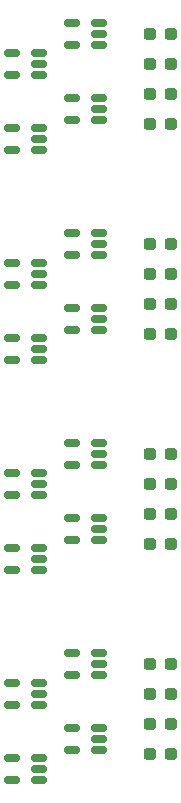
<source format=gbr>
%TF.GenerationSoftware,KiCad,Pcbnew,7.0.5*%
%TF.CreationDate,2023-12-08T14:02:35+09:00*%
%TF.ProjectId,analog_sw2,616e616c-6f67-45f7-9377-322e6b696361,rev?*%
%TF.SameCoordinates,Original*%
%TF.FileFunction,Paste,Top*%
%TF.FilePolarity,Positive*%
%FSLAX46Y46*%
G04 Gerber Fmt 4.6, Leading zero omitted, Abs format (unit mm)*
G04 Created by KiCad (PCBNEW 7.0.5) date 2023-12-08 14:02:35*
%MOMM*%
%LPD*%
G01*
G04 APERTURE LIST*
G04 Aperture macros list*
%AMRoundRect*
0 Rectangle with rounded corners*
0 $1 Rounding radius*
0 $2 $3 $4 $5 $6 $7 $8 $9 X,Y pos of 4 corners*
0 Add a 4 corners polygon primitive as box body*
4,1,4,$2,$3,$4,$5,$6,$7,$8,$9,$2,$3,0*
0 Add four circle primitives for the rounded corners*
1,1,$1+$1,$2,$3*
1,1,$1+$1,$4,$5*
1,1,$1+$1,$6,$7*
1,1,$1+$1,$8,$9*
0 Add four rect primitives between the rounded corners*
20,1,$1+$1,$2,$3,$4,$5,0*
20,1,$1+$1,$4,$5,$6,$7,0*
20,1,$1+$1,$6,$7,$8,$9,0*
20,1,$1+$1,$8,$9,$2,$3,0*%
G04 Aperture macros list end*
%ADD10RoundRect,0.237500X-0.287500X-0.237500X0.287500X-0.237500X0.287500X0.237500X-0.287500X0.237500X0*%
%ADD11RoundRect,0.150000X0.512500X0.150000X-0.512500X0.150000X-0.512500X-0.150000X0.512500X-0.150000X0*%
G04 APERTURE END LIST*
D10*
%TO.C,D9*%
X190895000Y-97790000D03*
X192645000Y-97790000D03*
%TD*%
D11*
%TO.C,U8*%
X181477500Y-119070000D03*
X181477500Y-118120000D03*
X181477500Y-117170000D03*
X179202500Y-117170000D03*
X179202500Y-119070000D03*
%TD*%
%TO.C,U11*%
X186557500Y-105090000D03*
X186557500Y-104140000D03*
X186557500Y-103190000D03*
X184282500Y-103190000D03*
X184282500Y-105090000D03*
%TD*%
D10*
%TO.C,D6*%
X190895000Y-82550000D03*
X192645000Y-82550000D03*
%TD*%
%TO.C,D15*%
X190895000Y-120650000D03*
X192645000Y-120650000D03*
%TD*%
D11*
%TO.C,U4*%
X186557500Y-116530000D03*
X186557500Y-115580000D03*
X186557500Y-114630000D03*
X184282500Y-114630000D03*
X184282500Y-116530000D03*
%TD*%
%TO.C,U9*%
X186557500Y-69530000D03*
X186557500Y-68580000D03*
X186557500Y-67630000D03*
X184282500Y-67630000D03*
X184282500Y-69530000D03*
%TD*%
D10*
%TO.C,D12*%
X190895000Y-105410000D03*
X192645000Y-105410000D03*
%TD*%
%TO.C,D8*%
X190895000Y-87630000D03*
X192645000Y-87630000D03*
%TD*%
%TO.C,D4*%
X190895000Y-69850000D03*
X192645000Y-69850000D03*
%TD*%
%TO.C,D11*%
X190895000Y-102870000D03*
X192645000Y-102870000D03*
%TD*%
D11*
%TO.C,U5*%
X181477500Y-65720000D03*
X181477500Y-64770000D03*
X181477500Y-63820000D03*
X179202500Y-63820000D03*
X179202500Y-65720000D03*
%TD*%
D10*
%TO.C,D7*%
X190895000Y-85090000D03*
X192645000Y-85090000D03*
%TD*%
%TO.C,D14*%
X190895000Y-118110000D03*
X192645000Y-118110000D03*
%TD*%
%TO.C,D3*%
X190895000Y-67310000D03*
X192645000Y-67310000D03*
%TD*%
%TO.C,D1*%
X190895000Y-62230000D03*
X192645000Y-62230000D03*
%TD*%
D11*
%TO.C,U2*%
X186557500Y-80960000D03*
X186557500Y-80010000D03*
X186557500Y-79060000D03*
X184282500Y-79060000D03*
X184282500Y-80960000D03*
%TD*%
%TO.C,U1*%
X186557500Y-63180000D03*
X186557500Y-62230000D03*
X186557500Y-61280000D03*
X184282500Y-61280000D03*
X184282500Y-63180000D03*
%TD*%
%TO.C,U15*%
X181477500Y-107630000D03*
X181477500Y-106680000D03*
X181477500Y-105730000D03*
X179202500Y-105730000D03*
X179202500Y-107630000D03*
%TD*%
%TO.C,U16*%
X181477500Y-125420000D03*
X181477500Y-124470000D03*
X181477500Y-123520000D03*
X179202500Y-123520000D03*
X179202500Y-125420000D03*
%TD*%
%TO.C,U3*%
X186557500Y-98740000D03*
X186557500Y-97790000D03*
X186557500Y-96840000D03*
X184282500Y-96840000D03*
X184282500Y-98740000D03*
%TD*%
%TO.C,U10*%
X186557500Y-87310000D03*
X186557500Y-86360000D03*
X186557500Y-85410000D03*
X184282500Y-85410000D03*
X184282500Y-87310000D03*
%TD*%
%TO.C,U12*%
X186557500Y-122880000D03*
X186557500Y-121930000D03*
X186557500Y-120980000D03*
X184282500Y-120980000D03*
X184282500Y-122880000D03*
%TD*%
%TO.C,U14*%
X181477500Y-89850000D03*
X181477500Y-88900000D03*
X181477500Y-87950000D03*
X179202500Y-87950000D03*
X179202500Y-89850000D03*
%TD*%
%TO.C,U7*%
X181477500Y-101280000D03*
X181477500Y-100330000D03*
X181477500Y-99380000D03*
X179202500Y-99380000D03*
X179202500Y-101280000D03*
%TD*%
%TO.C,U6*%
X181477500Y-83500000D03*
X181477500Y-82550000D03*
X181477500Y-81600000D03*
X179202500Y-81600000D03*
X179202500Y-83500000D03*
%TD*%
D10*
%TO.C,D13*%
X190895000Y-115570000D03*
X192645000Y-115570000D03*
%TD*%
%TO.C,D2*%
X190895000Y-64770000D03*
X192645000Y-64770000D03*
%TD*%
D11*
%TO.C,U13*%
X181477500Y-72070000D03*
X181477500Y-71120000D03*
X181477500Y-70170000D03*
X179202500Y-70170000D03*
X179202500Y-72070000D03*
%TD*%
D10*
%TO.C,D16*%
X190895000Y-123190000D03*
X192645000Y-123190000D03*
%TD*%
%TO.C,D10*%
X190895000Y-100330000D03*
X192645000Y-100330000D03*
%TD*%
%TO.C,D5*%
X190895000Y-80010000D03*
X192645000Y-80010000D03*
%TD*%
M02*

</source>
